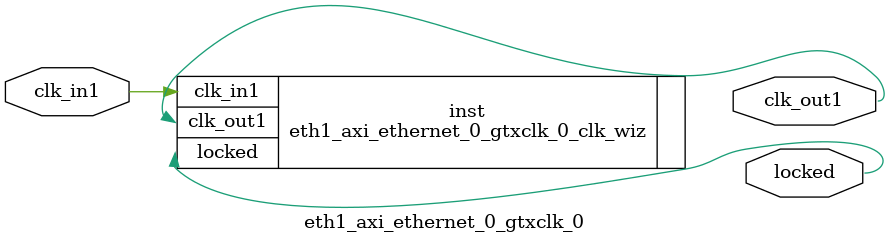
<source format=v>


`timescale 1ps/1ps

(* CORE_GENERATION_INFO = "eth1_axi_ethernet_0_gtxclk_0,clk_wiz_v6_0_4_0_0,{component_name=eth1_axi_ethernet_0_gtxclk_0,use_phase_alignment=true,use_min_o_jitter=false,use_max_i_jitter=false,use_dyn_phase_shift=false,use_inclk_switchover=false,use_dyn_reconfig=false,enable_axi=0,feedback_source=FDBK_AUTO,PRIMITIVE=MMCM,num_out_clk=1,clkin1_period=5.000,clkin2_period=10.0,use_power_down=false,use_reset=false,use_locked=true,use_inclk_stopped=false,feedback_type=SINGLE,CLOCK_MGR_TYPE=NA,manual_override=false}" *)

module eth1_axi_ethernet_0_gtxclk_0 
 (
  // Clock out ports
  output        clk_out1,
  // Status and control signals
  output        locked,
 // Clock in ports
  input         clk_in1
 );

  eth1_axi_ethernet_0_gtxclk_0_clk_wiz inst
  (
  // Clock out ports  
  .clk_out1(clk_out1),
  // Status and control signals               
  .locked(locked),
 // Clock in ports
  .clk_in1(clk_in1)
  );

endmodule

</source>
